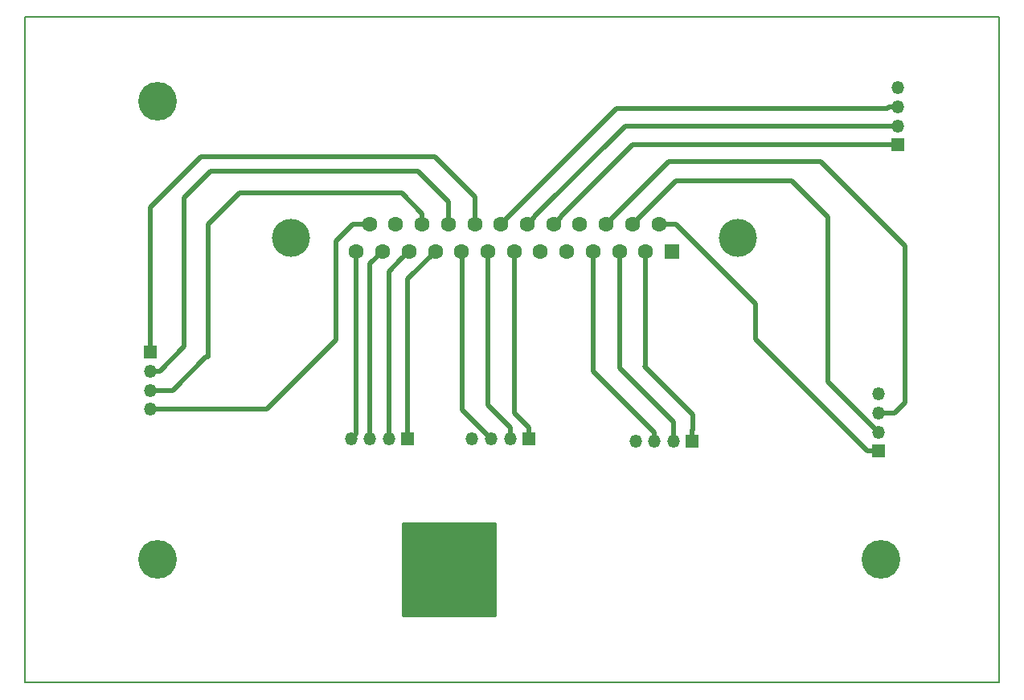
<source format=gbr>
G04 #@! TF.GenerationSoftware,KiCad,Pcbnew,5.0.1-33cea8e~68~ubuntu16.04.1*
G04 #@! TF.CreationDate,2018-11-08T21:42:09-02:00*
G04 #@! TF.ProjectId,Placa do elevador 2 - macho,506C61636120646F20656C657661646F,rev?*
G04 #@! TF.SameCoordinates,Original*
G04 #@! TF.FileFunction,Copper,L2,Bot,Signal*
G04 #@! TF.FilePolarity,Positive*
%FSLAX46Y46*%
G04 Gerber Fmt 4.6, Leading zero omitted, Abs format (unit mm)*
G04 Created by KiCad (PCBNEW 5.0.1-33cea8e~68~ubuntu16.04.1) date Qui 08 Nov 2018 21:42:09 -02*
%MOMM*%
%LPD*%
G01*
G04 APERTURE LIST*
G04 #@! TA.AperFunction,NonConductor*
%ADD10C,0.150000*%
G04 #@! TD*
G04 #@! TA.AperFunction,ComponentPad*
%ADD11C,4.064000*%
G04 #@! TD*
G04 #@! TA.AperFunction,ComponentPad*
%ADD12C,4.000000*%
G04 #@! TD*
G04 #@! TA.AperFunction,ComponentPad*
%ADD13C,1.600000*%
G04 #@! TD*
G04 #@! TA.AperFunction,ComponentPad*
%ADD14R,1.600000X1.600000*%
G04 #@! TD*
G04 #@! TA.AperFunction,ComponentPad*
%ADD15O,1.350000X1.350000*%
G04 #@! TD*
G04 #@! TA.AperFunction,ComponentPad*
%ADD16R,1.350000X1.350000*%
G04 #@! TD*
G04 #@! TA.AperFunction,Conductor*
%ADD17C,0.500000*%
G04 #@! TD*
G04 #@! TA.AperFunction,NonConductor*
%ADD18C,0.254000*%
G04 #@! TD*
G04 APERTURE END LIST*
D10*
X100330000Y-106934000D02*
X202946000Y-106934000D01*
X100330000Y-36830000D02*
X100330000Y-106934000D01*
X202946000Y-94742000D02*
X202946000Y-106934000D01*
X202946000Y-36830000D02*
X202946000Y-94742000D01*
X100330000Y-36830000D02*
X202946000Y-36830000D01*
D11*
G04 #@! TO.P,REF\002A\002A,1*
G04 #@! TO.N,N/C*
X114300000Y-45720000D03*
G04 #@! TD*
G04 #@! TO.P,REF\002A\002A,1*
G04 #@! TO.N,N/C*
X114300000Y-93980000D03*
G04 #@! TD*
D12*
G04 #@! TO.P,J1,0*
G04 #@! TO.N,N/C*
X128293001Y-60068339D03*
X175393001Y-60068339D03*
D13*
G04 #@! TO.P,J1,25*
G04 #@! TO.N,GND*
X136608001Y-58648339D03*
G04 #@! TO.P,J1,24*
G04 #@! TO.N,Net-(J1-Pad24)*
X139378001Y-58648339D03*
G04 #@! TO.P,J1,23*
G04 #@! TO.N,+12V*
X142148001Y-58648339D03*
G04 #@! TO.P,J1,22*
G04 #@! TO.N,+5VA*
X144918001Y-58648339D03*
G04 #@! TO.P,J1,21*
G04 #@! TO.N,+5V*
X147688001Y-58648339D03*
G04 #@! TO.P,J1,20*
G04 #@! TO.N,M2*
X150458001Y-58648339D03*
G04 #@! TO.P,J1,19*
G04 #@! TO.N,Sensor*
X153228001Y-58648339D03*
G04 #@! TO.P,J1,18*
G04 #@! TO.N,LC*
X155998001Y-58648339D03*
G04 #@! TO.P,J1,17*
G04 #@! TO.N,Net-(J1-Pad17)*
X158768001Y-58648339D03*
G04 #@! TO.P,J1,16*
G04 #@! TO.N,B5*
X161538001Y-58648339D03*
G04 #@! TO.P,J1,15*
G04 #@! TO.N,B3*
X164308001Y-58648339D03*
G04 #@! TO.P,J1,14*
G04 #@! TO.N,B6*
X167078001Y-58648339D03*
G04 #@! TO.P,J1,13*
G04 #@! TO.N,L1*
X135223001Y-61488339D03*
G04 #@! TO.P,J1,12*
G04 #@! TO.N,L3*
X137993001Y-61488339D03*
G04 #@! TO.P,J1,11*
G04 #@! TO.N,L5*
X140763001Y-61488339D03*
G04 #@! TO.P,J1,10*
G04 #@! TO.N,L2*
X143533001Y-61488339D03*
G04 #@! TO.P,J1,9*
G04 #@! TO.N,M1*
X146303001Y-61488339D03*
G04 #@! TO.P,J1,8*
G04 #@! TO.N,L6*
X149073001Y-61488339D03*
G04 #@! TO.P,J1,7*
G04 #@! TO.N,L4*
X151843001Y-61488339D03*
G04 #@! TO.P,J1,6*
G04 #@! TO.N,Net-(J1-Pad6)*
X154613001Y-61488339D03*
G04 #@! TO.P,J1,5*
G04 #@! TO.N,Net-(J1-Pad5)*
X157383001Y-61488339D03*
G04 #@! TO.P,J1,4*
G04 #@! TO.N,B1*
X160153001Y-61488339D03*
G04 #@! TO.P,J1,3*
G04 #@! TO.N,B4*
X162923001Y-61488339D03*
G04 #@! TO.P,J1,2*
G04 #@! TO.N,B2*
X165693001Y-61488339D03*
D14*
G04 #@! TO.P,J1,1*
G04 #@! TO.N,Net-(J1-Pad1)*
X168463001Y-61488339D03*
G04 #@! TD*
D15*
G04 #@! TO.P,J2,4*
G04 #@! TO.N,GND*
X113538000Y-78136000D03*
G04 #@! TO.P,J2,3*
G04 #@! TO.N,+12V*
X113538000Y-76136000D03*
G04 #@! TO.P,J2,2*
G04 #@! TO.N,+5VA*
X113538000Y-74136000D03*
D16*
G04 #@! TO.P,J2,1*
G04 #@! TO.N,+5V*
X113538000Y-72136000D03*
G04 #@! TD*
G04 #@! TO.P,J3,1*
G04 #@! TO.N,B6*
X190246000Y-82550000D03*
D15*
G04 #@! TO.P,J3,2*
G04 #@! TO.N,B3*
X190246000Y-80550000D03*
G04 #@! TO.P,J3,3*
G04 #@! TO.N,B5*
X190246000Y-78550000D03*
G04 #@! TO.P,J3,4*
G04 #@! TO.N,Net-(J3-Pad4)*
X190246000Y-76550000D03*
G04 #@! TD*
G04 #@! TO.P,J4,4*
G04 #@! TO.N,Net-(J4-Pad4)*
X164624000Y-81534000D03*
G04 #@! TO.P,J4,3*
G04 #@! TO.N,B1*
X166624000Y-81534000D03*
G04 #@! TO.P,J4,2*
G04 #@! TO.N,B4*
X168624000Y-81534000D03*
D16*
G04 #@! TO.P,J4,1*
G04 #@! TO.N,B2*
X170624000Y-81534000D03*
G04 #@! TD*
G04 #@! TO.P,J5,1*
G04 #@! TO.N,LC*
X192278000Y-50292000D03*
D15*
G04 #@! TO.P,J5,2*
G04 #@! TO.N,Sensor*
X192278000Y-48292000D03*
G04 #@! TO.P,J5,3*
G04 #@! TO.N,M2*
X192278000Y-46292000D03*
G04 #@! TO.P,J5,4*
G04 #@! TO.N,Net-(J5-Pad4)*
X192278000Y-44292000D03*
G04 #@! TD*
G04 #@! TO.P,J6,4*
G04 #@! TO.N,L1*
X134652000Y-81280000D03*
G04 #@! TO.P,J6,3*
G04 #@! TO.N,L3*
X136652000Y-81280000D03*
G04 #@! TO.P,J6,2*
G04 #@! TO.N,L5*
X138652000Y-81280000D03*
D16*
G04 #@! TO.P,J6,1*
G04 #@! TO.N,L2*
X140652000Y-81280000D03*
G04 #@! TD*
G04 #@! TO.P,J7,1*
G04 #@! TO.N,L4*
X153416000Y-81280000D03*
D15*
G04 #@! TO.P,J7,2*
G04 #@! TO.N,L6*
X151416000Y-81280000D03*
G04 #@! TO.P,J7,3*
G04 #@! TO.N,M1*
X149416000Y-81280000D03*
G04 #@! TO.P,J7,4*
G04 #@! TO.N,Net-(J7-Pad4)*
X147416000Y-81280000D03*
G04 #@! TD*
D11*
G04 #@! TO.P,REF\002A\002A,1*
G04 #@! TO.N,N/C*
X190500000Y-93980000D03*
G04 #@! TD*
D17*
G04 #@! TO.N,B2*
X170624000Y-80359000D02*
X170688000Y-80295000D01*
X170624000Y-81534000D02*
X170624000Y-80359000D01*
X170688000Y-80295000D02*
X170688000Y-78740000D01*
X170688000Y-78740000D02*
X165608000Y-73660000D01*
X165693001Y-73574999D02*
X165693001Y-61488339D01*
X165608000Y-73660000D02*
X165693001Y-73574999D01*
G04 #@! TO.N,B4*
X162923001Y-73769001D02*
X162923001Y-61488339D01*
X168624000Y-79470000D02*
X162923001Y-73769001D01*
X168624000Y-81534000D02*
X168624000Y-79470000D01*
G04 #@! TO.N,B1*
X160153001Y-74108407D02*
X160153001Y-61488339D01*
X166624000Y-80579406D02*
X160153001Y-74108407D01*
X166624000Y-81534000D02*
X166624000Y-80579406D01*
G04 #@! TO.N,L4*
X153416000Y-81280000D02*
X153416000Y-80105000D01*
X151843001Y-78532001D02*
X151843001Y-61488339D01*
X153416000Y-80105000D02*
X151843001Y-78532001D01*
G04 #@! TO.N,L6*
X151416000Y-81280000D02*
X151416000Y-80042000D01*
X149073001Y-77699001D02*
X149073001Y-61488339D01*
X151416000Y-80042000D02*
X149073001Y-77699001D01*
G04 #@! TO.N,M1*
X149416000Y-81280000D02*
X146368000Y-78232000D01*
X146368000Y-78232000D02*
X146368000Y-62294000D01*
X146303001Y-62229001D02*
X146303001Y-61488339D01*
X146368000Y-62294000D02*
X146303001Y-62229001D01*
G04 #@! TO.N,L2*
X140652000Y-64369340D02*
X143533001Y-61488339D01*
X140652000Y-81280000D02*
X140652000Y-64369340D01*
G04 #@! TO.N,L5*
X139963002Y-62288338D02*
X140763001Y-61488339D01*
X138652000Y-63599340D02*
X139963002Y-62288338D01*
X138652000Y-81280000D02*
X138652000Y-63599340D01*
G04 #@! TO.N,L3*
X136652000Y-62829340D02*
X137993001Y-61488339D01*
X136652000Y-81280000D02*
X136652000Y-62829340D01*
G04 #@! TO.N,L1*
X135223001Y-80708999D02*
X134652000Y-81280000D01*
X135223001Y-61488339D02*
X135223001Y-80708999D01*
G04 #@! TO.N,B6*
X167078001Y-58648339D02*
X168884339Y-58648339D01*
X168884339Y-58648339D02*
X177292000Y-67056000D01*
X189071000Y-82550000D02*
X190246000Y-82550000D01*
X177292000Y-70771000D02*
X189071000Y-82550000D01*
X177292000Y-67056000D02*
X177292000Y-70771000D01*
G04 #@! TO.N,B3*
X184912000Y-75216000D02*
X184912000Y-57912000D01*
X190246000Y-80550000D02*
X184912000Y-75216000D01*
X184912000Y-57912000D02*
X181102000Y-54102000D01*
X168854340Y-54102000D02*
X164308001Y-58648339D01*
X181102000Y-54102000D02*
X168854340Y-54102000D01*
G04 #@! TO.N,B5*
X190246000Y-78550000D02*
X191960000Y-78550000D01*
X168116340Y-52070000D02*
X161538001Y-58648339D01*
X184150000Y-52070000D02*
X168116340Y-52070000D01*
X193040000Y-60960000D02*
X184150000Y-52070000D01*
X193040000Y-77470000D02*
X193040000Y-60960000D01*
X191960000Y-78550000D02*
X193040000Y-77470000D01*
G04 #@! TO.N,LC*
X155998001Y-58648339D02*
X156798000Y-57848340D01*
X164338000Y-50292000D02*
X192278000Y-50292000D01*
X156798000Y-57832000D02*
X164338000Y-50292000D01*
X156798000Y-57848340D02*
X156798000Y-57832000D01*
G04 #@! TO.N,Sensor*
X153228001Y-58648339D02*
X154028000Y-57848340D01*
X163544000Y-48292000D02*
X192278000Y-48292000D01*
X154028000Y-57808000D02*
X163544000Y-48292000D01*
X154028000Y-57848340D02*
X154028000Y-57808000D01*
G04 #@! TO.N,M2*
X192278000Y-46292000D02*
X191323406Y-46292000D01*
X162624340Y-46482000D02*
X150458001Y-58648339D01*
X191133406Y-46482000D02*
X162624340Y-46482000D01*
X191323406Y-46292000D02*
X191133406Y-46482000D01*
G04 #@! TO.N,+5V*
X147688001Y-55740001D02*
X147688001Y-58648339D01*
X113538000Y-56896000D02*
X118872000Y-51562000D01*
X143510000Y-51562000D02*
X147688001Y-55740001D01*
X113538000Y-72136000D02*
X113538000Y-56896000D01*
X118872000Y-51562000D02*
X143510000Y-51562000D01*
G04 #@! TO.N,+5VA*
X144918001Y-56272001D02*
X144918001Y-58648339D01*
X141732000Y-53086000D02*
X144918001Y-56272001D01*
X119888000Y-53086000D02*
X141732000Y-53086000D01*
X113538000Y-74136000D02*
X114492594Y-74136000D01*
X117094000Y-71534594D02*
X117094000Y-55880000D01*
X114492594Y-74136000D02*
X117094000Y-71534594D01*
X117094000Y-55880000D02*
X119888000Y-53086000D01*
G04 #@! TO.N,+12V*
X142148001Y-57516969D02*
X140003032Y-55372000D01*
X142148001Y-58648339D02*
X142148001Y-57516969D01*
X140003032Y-55372000D02*
X134874000Y-55372000D01*
X134874000Y-55372000D02*
X127762000Y-55372000D01*
X127762000Y-55372000D02*
X122936000Y-55372000D01*
X122936000Y-55372000D02*
X119634000Y-58674000D01*
X119634000Y-66040000D02*
X119634000Y-72644000D01*
X119634000Y-58674000D02*
X119634000Y-66040000D01*
X119634000Y-66040000D02*
X119634000Y-66294000D01*
X119634000Y-72644000D02*
X119380000Y-72644000D01*
X119380000Y-72644000D02*
X115888000Y-76136000D01*
X115888000Y-76136000D02*
X113538000Y-76136000D01*
G04 #@! TO.N,GND*
X135476631Y-58648339D02*
X135450970Y-58674000D01*
X136608001Y-58648339D02*
X135476631Y-58648339D01*
X135450970Y-58674000D02*
X134874000Y-58674000D01*
X134874000Y-58674000D02*
X133096000Y-60452000D01*
X133096000Y-60452000D02*
X133096000Y-70866000D01*
X125826000Y-78136000D02*
X113538000Y-78136000D01*
X133096000Y-70866000D02*
X125826000Y-78136000D01*
G04 #@! TD*
D18*
G36*
X149873000Y-99873000D02*
X140127000Y-99873000D01*
X140127000Y-90127000D01*
X149873000Y-90127000D01*
X149873000Y-99873000D01*
X149873000Y-99873000D01*
G37*
X149873000Y-99873000D02*
X140127000Y-99873000D01*
X140127000Y-90127000D01*
X149873000Y-90127000D01*
X149873000Y-99873000D01*
M02*

</source>
